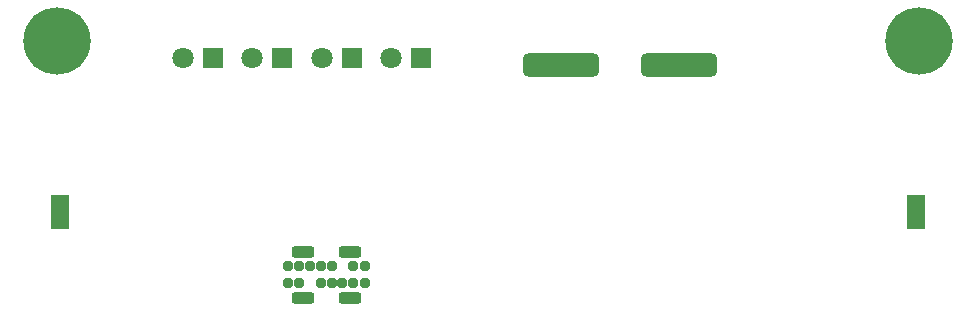
<source format=gbr>
%TF.GenerationSoftware,KiCad,Pcbnew,7.0.6-0*%
%TF.CreationDate,2023-11-12T21:55:04+01:00*%
%TF.ProjectId,smoke_extractorV1_1,736d6f6b-655f-4657-9874-726163746f72,rev?*%
%TF.SameCoordinates,Original*%
%TF.FileFunction,Soldermask,Bot*%
%TF.FilePolarity,Negative*%
%FSLAX46Y46*%
G04 Gerber Fmt 4.6, Leading zero omitted, Abs format (unit mm)*
G04 Created by KiCad (PCBNEW 7.0.6-0) date 2023-11-12 21:55:04*
%MOMM*%
%LPD*%
G01*
G04 APERTURE LIST*
G04 Aperture macros list*
%AMRoundRect*
0 Rectangle with rounded corners*
0 $1 Rounding radius*
0 $2 $3 $4 $5 $6 $7 $8 $9 X,Y pos of 4 corners*
0 Add a 4 corners polygon primitive as box body*
4,1,4,$2,$3,$4,$5,$6,$7,$8,$9,$2,$3,0*
0 Add four circle primitives for the rounded corners*
1,1,$1+$1,$2,$3*
1,1,$1+$1,$4,$5*
1,1,$1+$1,$6,$7*
1,1,$1+$1,$8,$9*
0 Add four rect primitives between the rounded corners*
20,1,$1+$1,$2,$3,$4,$5,0*
20,1,$1+$1,$4,$5,$6,$7,0*
20,1,$1+$1,$6,$7,$8,$9,0*
20,1,$1+$1,$8,$9,$2,$3,0*%
G04 Aperture macros list end*
%ADD10R,1.800000X1.800000*%
%ADD11C,1.800000*%
%ADD12RoundRect,0.200000X-0.200000X-0.200000X0.200000X-0.200000X0.200000X0.200000X-0.200000X0.200000X0*%
%ADD13RoundRect,0.250000X-0.700000X-0.250000X0.700000X-0.250000X0.700000X0.250000X-0.700000X0.250000X0*%
%ADD14C,5.700000*%
%ADD15RoundRect,0.500000X-2.750000X-0.500000X2.750000X-0.500000X2.750000X0.500000X-2.750000X0.500000X0*%
%ADD16R,1.500000X3.000000*%
G04 APERTURE END LIST*
D10*
%TO.C,D5*%
X98220697Y-70898060D03*
D11*
X95680697Y-70898060D03*
%TD*%
D12*
%TO.C,U1*%
X86954275Y-88500000D03*
X86954275Y-89900000D03*
D13*
X88204275Y-87250000D03*
X88204275Y-91150000D03*
X92204275Y-87250000D03*
X92204275Y-91150000D03*
D12*
X93454275Y-88500000D03*
X93454275Y-89900000D03*
X87904275Y-88500000D03*
X87904275Y-89900000D03*
X92504275Y-88500000D03*
X92504275Y-89900000D03*
X88854275Y-88500000D03*
X91554275Y-89900000D03*
X89754275Y-88500000D03*
X90654275Y-89900000D03*
X89754275Y-89900000D03*
X90654275Y-88500000D03*
%TD*%
D14*
%TO.C,H2*%
X67400000Y-69400000D03*
%TD*%
D10*
%TO.C,D2*%
X80595697Y-70898060D03*
D11*
X78055697Y-70898060D03*
%TD*%
D10*
%TO.C,D3*%
X86470697Y-70898060D03*
D11*
X83930697Y-70898060D03*
%TD*%
D14*
%TO.C,H1*%
X140400000Y-69400000D03*
%TD*%
D15*
%TO.C,U2*%
X110072322Y-71455000D03*
X120072322Y-71455000D03*
%TD*%
D10*
%TO.C,D4*%
X92345697Y-70898060D03*
D11*
X89805697Y-70898060D03*
%TD*%
D16*
%TO.C,U6*%
X140148053Y-83926017D03*
X67648053Y-83926017D03*
%TD*%
M02*

</source>
